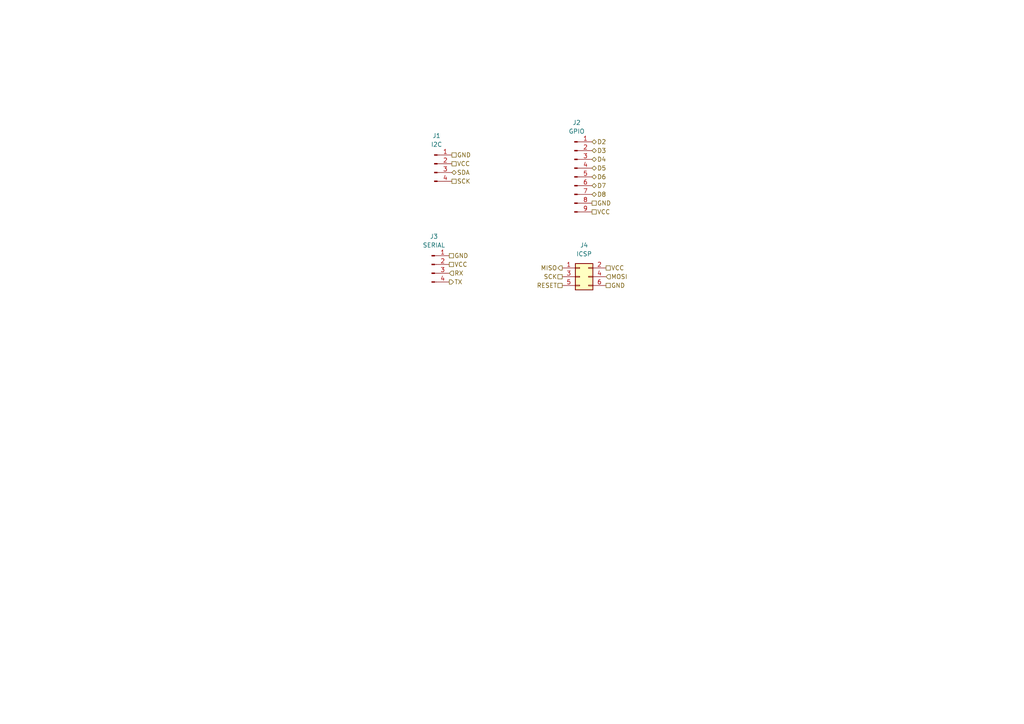
<source format=kicad_sch>
(kicad_sch
	(version 20250114)
	(generator "eeschema")
	(generator_version "9.0")
	(uuid "fd6f3138-a3d8-443f-8612-b5a3bfb393f5")
	(paper "A4")
	(lib_symbols
		(symbol "Connector:Conn_01x04_Pin"
			(pin_names
				(offset 1.016)
				(hide yes)
			)
			(exclude_from_sim no)
			(in_bom yes)
			(on_board yes)
			(property "Reference" "J"
				(at 0 5.08 0)
				(effects
					(font
						(size 1.27 1.27)
					)
				)
			)
			(property "Value" "Conn_01x04_Pin"
				(at 0 -7.62 0)
				(effects
					(font
						(size 1.27 1.27)
					)
				)
			)
			(property "Footprint" ""
				(at 0 0 0)
				(effects
					(font
						(size 1.27 1.27)
					)
					(hide yes)
				)
			)
			(property "Datasheet" "~"
				(at 0 0 0)
				(effects
					(font
						(size 1.27 1.27)
					)
					(hide yes)
				)
			)
			(property "Description" "Generic connector, single row, 01x04, script generated"
				(at 0 0 0)
				(effects
					(font
						(size 1.27 1.27)
					)
					(hide yes)
				)
			)
			(property "ki_locked" ""
				(at 0 0 0)
				(effects
					(font
						(size 1.27 1.27)
					)
				)
			)
			(property "ki_keywords" "connector"
				(at 0 0 0)
				(effects
					(font
						(size 1.27 1.27)
					)
					(hide yes)
				)
			)
			(property "ki_fp_filters" "Connector*:*_1x??_*"
				(at 0 0 0)
				(effects
					(font
						(size 1.27 1.27)
					)
					(hide yes)
				)
			)
			(symbol "Conn_01x04_Pin_1_1"
				(rectangle
					(start 0.8636 2.667)
					(end 0 2.413)
					(stroke
						(width 0.1524)
						(type default)
					)
					(fill
						(type outline)
					)
				)
				(rectangle
					(start 0.8636 0.127)
					(end 0 -0.127)
					(stroke
						(width 0.1524)
						(type default)
					)
					(fill
						(type outline)
					)
				)
				(rectangle
					(start 0.8636 -2.413)
					(end 0 -2.667)
					(stroke
						(width 0.1524)
						(type default)
					)
					(fill
						(type outline)
					)
				)
				(rectangle
					(start 0.8636 -4.953)
					(end 0 -5.207)
					(stroke
						(width 0.1524)
						(type default)
					)
					(fill
						(type outline)
					)
				)
				(polyline
					(pts
						(xy 1.27 2.54) (xy 0.8636 2.54)
					)
					(stroke
						(width 0.1524)
						(type default)
					)
					(fill
						(type none)
					)
				)
				(polyline
					(pts
						(xy 1.27 0) (xy 0.8636 0)
					)
					(stroke
						(width 0.1524)
						(type default)
					)
					(fill
						(type none)
					)
				)
				(polyline
					(pts
						(xy 1.27 -2.54) (xy 0.8636 -2.54)
					)
					(stroke
						(width 0.1524)
						(type default)
					)
					(fill
						(type none)
					)
				)
				(polyline
					(pts
						(xy 1.27 -5.08) (xy 0.8636 -5.08)
					)
					(stroke
						(width 0.1524)
						(type default)
					)
					(fill
						(type none)
					)
				)
				(pin passive line
					(at 5.08 2.54 180)
					(length 3.81)
					(name "Pin_1"
						(effects
							(font
								(size 1.27 1.27)
							)
						)
					)
					(number "1"
						(effects
							(font
								(size 1.27 1.27)
							)
						)
					)
				)
				(pin passive line
					(at 5.08 0 180)
					(length 3.81)
					(name "Pin_2"
						(effects
							(font
								(size 1.27 1.27)
							)
						)
					)
					(number "2"
						(effects
							(font
								(size 1.27 1.27)
							)
						)
					)
				)
				(pin passive line
					(at 5.08 -2.54 180)
					(length 3.81)
					(name "Pin_3"
						(effects
							(font
								(size 1.27 1.27)
							)
						)
					)
					(number "3"
						(effects
							(font
								(size 1.27 1.27)
							)
						)
					)
				)
				(pin passive line
					(at 5.08 -5.08 180)
					(length 3.81)
					(name "Pin_4"
						(effects
							(font
								(size 1.27 1.27)
							)
						)
					)
					(number "4"
						(effects
							(font
								(size 1.27 1.27)
							)
						)
					)
				)
			)
			(embedded_fonts no)
		)
		(symbol "Connector:Conn_01x09_Pin"
			(pin_names
				(offset 1.016)
				(hide yes)
			)
			(exclude_from_sim no)
			(in_bom yes)
			(on_board yes)
			(property "Reference" "J"
				(at 0 12.7 0)
				(effects
					(font
						(size 1.27 1.27)
					)
				)
			)
			(property "Value" "Conn_01x09_Pin"
				(at 0 -12.7 0)
				(effects
					(font
						(size 1.27 1.27)
					)
				)
			)
			(property "Footprint" ""
				(at 0 0 0)
				(effects
					(font
						(size 1.27 1.27)
					)
					(hide yes)
				)
			)
			(property "Datasheet" "~"
				(at 0 0 0)
				(effects
					(font
						(size 1.27 1.27)
					)
					(hide yes)
				)
			)
			(property "Description" "Generic connector, single row, 01x09, script generated"
				(at 0 0 0)
				(effects
					(font
						(size 1.27 1.27)
					)
					(hide yes)
				)
			)
			(property "ki_locked" ""
				(at 0 0 0)
				(effects
					(font
						(size 1.27 1.27)
					)
				)
			)
			(property "ki_keywords" "connector"
				(at 0 0 0)
				(effects
					(font
						(size 1.27 1.27)
					)
					(hide yes)
				)
			)
			(property "ki_fp_filters" "Connector*:*_1x??_*"
				(at 0 0 0)
				(effects
					(font
						(size 1.27 1.27)
					)
					(hide yes)
				)
			)
			(symbol "Conn_01x09_Pin_1_1"
				(rectangle
					(start 0.8636 10.287)
					(end 0 10.033)
					(stroke
						(width 0.1524)
						(type default)
					)
					(fill
						(type outline)
					)
				)
				(rectangle
					(start 0.8636 7.747)
					(end 0 7.493)
					(stroke
						(width 0.1524)
						(type default)
					)
					(fill
						(type outline)
					)
				)
				(rectangle
					(start 0.8636 5.207)
					(end 0 4.953)
					(stroke
						(width 0.1524)
						(type default)
					)
					(fill
						(type outline)
					)
				)
				(rectangle
					(start 0.8636 2.667)
					(end 0 2.413)
					(stroke
						(width 0.1524)
						(type default)
					)
					(fill
						(type outline)
					)
				)
				(rectangle
					(start 0.8636 0.127)
					(end 0 -0.127)
					(stroke
						(width 0.1524)
						(type default)
					)
					(fill
						(type outline)
					)
				)
				(rectangle
					(start 0.8636 -2.413)
					(end 0 -2.667)
					(stroke
						(width 0.1524)
						(type default)
					)
					(fill
						(type outline)
					)
				)
				(rectangle
					(start 0.8636 -4.953)
					(end 0 -5.207)
					(stroke
						(width 0.1524)
						(type default)
					)
					(fill
						(type outline)
					)
				)
				(rectangle
					(start 0.8636 -7.493)
					(end 0 -7.747)
					(stroke
						(width 0.1524)
						(type default)
					)
					(fill
						(type outline)
					)
				)
				(rectangle
					(start 0.8636 -10.033)
					(end 0 -10.287)
					(stroke
						(width 0.1524)
						(type default)
					)
					(fill
						(type outline)
					)
				)
				(polyline
					(pts
						(xy 1.27 10.16) (xy 0.8636 10.16)
					)
					(stroke
						(width 0.1524)
						(type default)
					)
					(fill
						(type none)
					)
				)
				(polyline
					(pts
						(xy 1.27 7.62) (xy 0.8636 7.62)
					)
					(stroke
						(width 0.1524)
						(type default)
					)
					(fill
						(type none)
					)
				)
				(polyline
					(pts
						(xy 1.27 5.08) (xy 0.8636 5.08)
					)
					(stroke
						(width 0.1524)
						(type default)
					)
					(fill
						(type none)
					)
				)
				(polyline
					(pts
						(xy 1.27 2.54) (xy 0.8636 2.54)
					)
					(stroke
						(width 0.1524)
						(type default)
					)
					(fill
						(type none)
					)
				)
				(polyline
					(pts
						(xy 1.27 0) (xy 0.8636 0)
					)
					(stroke
						(width 0.1524)
						(type default)
					)
					(fill
						(type none)
					)
				)
				(polyline
					(pts
						(xy 1.27 -2.54) (xy 0.8636 -2.54)
					)
					(stroke
						(width 0.1524)
						(type default)
					)
					(fill
						(type none)
					)
				)
				(polyline
					(pts
						(xy 1.27 -5.08) (xy 0.8636 -5.08)
					)
					(stroke
						(width 0.1524)
						(type default)
					)
					(fill
						(type none)
					)
				)
				(polyline
					(pts
						(xy 1.27 -7.62) (xy 0.8636 -7.62)
					)
					(stroke
						(width 0.1524)
						(type default)
					)
					(fill
						(type none)
					)
				)
				(polyline
					(pts
						(xy 1.27 -10.16) (xy 0.8636 -10.16)
					)
					(stroke
						(width 0.1524)
						(type default)
					)
					(fill
						(type none)
					)
				)
				(pin passive line
					(at 5.08 10.16 180)
					(length 3.81)
					(name "Pin_1"
						(effects
							(font
								(size 1.27 1.27)
							)
						)
					)
					(number "1"
						(effects
							(font
								(size 1.27 1.27)
							)
						)
					)
				)
				(pin passive line
					(at 5.08 7.62 180)
					(length 3.81)
					(name "Pin_2"
						(effects
							(font
								(size 1.27 1.27)
							)
						)
					)
					(number "2"
						(effects
							(font
								(size 1.27 1.27)
							)
						)
					)
				)
				(pin passive line
					(at 5.08 5.08 180)
					(length 3.81)
					(name "Pin_3"
						(effects
							(font
								(size 1.27 1.27)
							)
						)
					)
					(number "3"
						(effects
							(font
								(size 1.27 1.27)
							)
						)
					)
				)
				(pin passive line
					(at 5.08 2.54 180)
					(length 3.81)
					(name "Pin_4"
						(effects
							(font
								(size 1.27 1.27)
							)
						)
					)
					(number "4"
						(effects
							(font
								(size 1.27 1.27)
							)
						)
					)
				)
				(pin passive line
					(at 5.08 0 180)
					(length 3.81)
					(name "Pin_5"
						(effects
							(font
								(size 1.27 1.27)
							)
						)
					)
					(number "5"
						(effects
							(font
								(size 1.27 1.27)
							)
						)
					)
				)
				(pin passive line
					(at 5.08 -2.54 180)
					(length 3.81)
					(name "Pin_6"
						(effects
							(font
								(size 1.27 1.27)
							)
						)
					)
					(number "6"
						(effects
							(font
								(size 1.27 1.27)
							)
						)
					)
				)
				(pin passive line
					(at 5.08 -5.08 180)
					(length 3.81)
					(name "Pin_7"
						(effects
							(font
								(size 1.27 1.27)
							)
						)
					)
					(number "7"
						(effects
							(font
								(size 1.27 1.27)
							)
						)
					)
				)
				(pin passive line
					(at 5.08 -7.62 180)
					(length 3.81)
					(name "Pin_8"
						(effects
							(font
								(size 1.27 1.27)
							)
						)
					)
					(number "8"
						(effects
							(font
								(size 1.27 1.27)
							)
						)
					)
				)
				(pin passive line
					(at 5.08 -10.16 180)
					(length 3.81)
					(name "Pin_9"
						(effects
							(font
								(size 1.27 1.27)
							)
						)
					)
					(number "9"
						(effects
							(font
								(size 1.27 1.27)
							)
						)
					)
				)
			)
			(embedded_fonts no)
		)
		(symbol "Connector_Generic:Conn_02x03_Odd_Even"
			(pin_names
				(offset 1.016)
				(hide yes)
			)
			(exclude_from_sim no)
			(in_bom yes)
			(on_board yes)
			(property "Reference" "J"
				(at 1.27 5.08 0)
				(effects
					(font
						(size 1.27 1.27)
					)
				)
			)
			(property "Value" "Conn_02x03_Odd_Even"
				(at 1.27 -5.08 0)
				(effects
					(font
						(size 1.27 1.27)
					)
				)
			)
			(property "Footprint" ""
				(at 0 0 0)
				(effects
					(font
						(size 1.27 1.27)
					)
					(hide yes)
				)
			)
			(property "Datasheet" "~"
				(at 0 0 0)
				(effects
					(font
						(size 1.27 1.27)
					)
					(hide yes)
				)
			)
			(property "Description" "Generic connector, double row, 02x03, odd/even pin numbering scheme (row 1 odd numbers, row 2 even numbers), script generated (kicad-library-utils/schlib/autogen/connector/)"
				(at 0 0 0)
				(effects
					(font
						(size 1.27 1.27)
					)
					(hide yes)
				)
			)
			(property "ki_keywords" "connector"
				(at 0 0 0)
				(effects
					(font
						(size 1.27 1.27)
					)
					(hide yes)
				)
			)
			(property "ki_fp_filters" "Connector*:*_2x??_*"
				(at 0 0 0)
				(effects
					(font
						(size 1.27 1.27)
					)
					(hide yes)
				)
			)
			(symbol "Conn_02x03_Odd_Even_1_1"
				(rectangle
					(start -1.27 3.81)
					(end 3.81 -3.81)
					(stroke
						(width 0.254)
						(type default)
					)
					(fill
						(type background)
					)
				)
				(rectangle
					(start -1.27 2.667)
					(end 0 2.413)
					(stroke
						(width 0.1524)
						(type default)
					)
					(fill
						(type none)
					)
				)
				(rectangle
					(start -1.27 0.127)
					(end 0 -0.127)
					(stroke
						(width 0.1524)
						(type default)
					)
					(fill
						(type none)
					)
				)
				(rectangle
					(start -1.27 -2.413)
					(end 0 -2.667)
					(stroke
						(width 0.1524)
						(type default)
					)
					(fill
						(type none)
					)
				)
				(rectangle
					(start 3.81 2.667)
					(end 2.54 2.413)
					(stroke
						(width 0.1524)
						(type default)
					)
					(fill
						(type none)
					)
				)
				(rectangle
					(start 3.81 0.127)
					(end 2.54 -0.127)
					(stroke
						(width 0.1524)
						(type default)
					)
					(fill
						(type none)
					)
				)
				(rectangle
					(start 3.81 -2.413)
					(end 2.54 -2.667)
					(stroke
						(width 0.1524)
						(type default)
					)
					(fill
						(type none)
					)
				)
				(pin passive line
					(at -5.08 2.54 0)
					(length 3.81)
					(name "Pin_1"
						(effects
							(font
								(size 1.27 1.27)
							)
						)
					)
					(number "1"
						(effects
							(font
								(size 1.27 1.27)
							)
						)
					)
				)
				(pin passive line
					(at -5.08 0 0)
					(length 3.81)
					(name "Pin_3"
						(effects
							(font
								(size 1.27 1.27)
							)
						)
					)
					(number "3"
						(effects
							(font
								(size 1.27 1.27)
							)
						)
					)
				)
				(pin passive line
					(at -5.08 -2.54 0)
					(length 3.81)
					(name "Pin_5"
						(effects
							(font
								(size 1.27 1.27)
							)
						)
					)
					(number "5"
						(effects
							(font
								(size 1.27 1.27)
							)
						)
					)
				)
				(pin passive line
					(at 7.62 2.54 180)
					(length 3.81)
					(name "Pin_2"
						(effects
							(font
								(size 1.27 1.27)
							)
						)
					)
					(number "2"
						(effects
							(font
								(size 1.27 1.27)
							)
						)
					)
				)
				(pin passive line
					(at 7.62 0 180)
					(length 3.81)
					(name "Pin_4"
						(effects
							(font
								(size 1.27 1.27)
							)
						)
					)
					(number "4"
						(effects
							(font
								(size 1.27 1.27)
							)
						)
					)
				)
				(pin passive line
					(at 7.62 -2.54 180)
					(length 3.81)
					(name "Pin_6"
						(effects
							(font
								(size 1.27 1.27)
							)
						)
					)
					(number "6"
						(effects
							(font
								(size 1.27 1.27)
							)
						)
					)
				)
			)
			(embedded_fonts no)
		)
	)
	(hierarchical_label "D2"
		(shape bidirectional)
		(at 171.704 41.148 0)
		(effects
			(font
				(size 1.27 1.27)
			)
			(justify left)
		)
		(uuid "044d2dc7-d388-4751-abd4-58d75e14f42c")
	)
	(hierarchical_label "VCC"
		(shape passive)
		(at 130.302 76.708 0)
		(effects
			(font
				(size 1.27 1.27)
			)
			(justify left)
		)
		(uuid "06b2b165-b841-41c9-b08b-9d83c1206908")
	)
	(hierarchical_label "GND"
		(shape passive)
		(at 130.302 74.168 0)
		(effects
			(font
				(size 1.27 1.27)
			)
			(justify left)
		)
		(uuid "0840488e-a983-4eb7-a16a-02dcdee3948d")
	)
	(hierarchical_label "SCK"
		(shape passive)
		(at 131.064 52.578 0)
		(effects
			(font
				(size 1.27 1.27)
			)
			(justify left)
		)
		(uuid "09887ad1-dbf0-4d23-bd80-63930634126c")
	)
	(hierarchical_label "GND"
		(shape passive)
		(at 175.768 82.804 0)
		(effects
			(font
				(size 1.27 1.27)
			)
			(justify left)
		)
		(uuid "0efac45f-397c-433c-b383-4d756923e6fe")
	)
	(hierarchical_label "VCC"
		(shape passive)
		(at 171.704 61.468 0)
		(effects
			(font
				(size 1.27 1.27)
			)
			(justify left)
		)
		(uuid "17b3cf9c-b61f-429d-b81e-19027f8392c9")
	)
	(hierarchical_label "VCC"
		(shape passive)
		(at 175.768 77.724 0)
		(effects
			(font
				(size 1.27 1.27)
			)
			(justify left)
		)
		(uuid "1a920df0-1065-465d-87e5-cd83f44ae7c1")
	)
	(hierarchical_label "D6"
		(shape bidirectional)
		(at 171.704 51.308 0)
		(effects
			(font
				(size 1.27 1.27)
			)
			(justify left)
		)
		(uuid "2b0956c8-e278-4111-96cd-2131d9bc1c0e")
	)
	(hierarchical_label "MOSI"
		(shape input)
		(at 175.768 80.264 0)
		(effects
			(font
				(size 1.27 1.27)
			)
			(justify left)
		)
		(uuid "3dc10e1c-580d-4ceb-8075-0e09c80ed389")
	)
	(hierarchical_label "D4"
		(shape bidirectional)
		(at 171.704 46.228 0)
		(effects
			(font
				(size 1.27 1.27)
			)
			(justify left)
		)
		(uuid "4451ee69-4f2d-4dce-b8ac-806961ca7534")
	)
	(hierarchical_label "VCC"
		(shape passive)
		(at 131.064 47.498 0)
		(effects
			(font
				(size 1.27 1.27)
			)
			(justify left)
		)
		(uuid "44e45c1b-dac0-4230-bfa8-73e0f0b4bbcd")
	)
	(hierarchical_label "GND"
		(shape passive)
		(at 171.704 58.928 0)
		(effects
			(font
				(size 1.27 1.27)
			)
			(justify left)
		)
		(uuid "5142277b-c737-48e2-b0a7-a8ba3a6da060")
	)
	(hierarchical_label "D7"
		(shape bidirectional)
		(at 171.704 53.848 0)
		(effects
			(font
				(size 1.27 1.27)
			)
			(justify left)
		)
		(uuid "73288ace-3d2d-41b2-b4d0-6df9cdbdfa0b")
	)
	(hierarchical_label "MISO"
		(shape output)
		(at 163.068 77.724 180)
		(effects
			(font
				(size 1.27 1.27)
			)
			(justify right)
		)
		(uuid "825e74cc-9c74-44f1-8e81-846011edc81e")
	)
	(hierarchical_label "SCK"
		(shape passive)
		(at 163.068 80.264 180)
		(effects
			(font
				(size 1.27 1.27)
			)
			(justify right)
		)
		(uuid "8973839a-fcdf-41ea-8d7f-36d7b02ca0df")
	)
	(hierarchical_label "D3"
		(shape bidirectional)
		(at 171.704 43.688 0)
		(effects
			(font
				(size 1.27 1.27)
			)
			(justify left)
		)
		(uuid "8a35aeab-6685-4f3f-b317-0dcc855daa84")
	)
	(hierarchical_label "SDA"
		(shape bidirectional)
		(at 131.064 50.038 0)
		(effects
			(font
				(size 1.27 1.27)
			)
			(justify left)
		)
		(uuid "9317a371-f05b-40ac-a836-73ed9bae2dbf")
	)
	(hierarchical_label "RX"
		(shape input)
		(at 130.302 79.248 0)
		(effects
			(font
				(size 1.27 1.27)
			)
			(justify left)
		)
		(uuid "98c74f80-f8c8-49f9-bc29-90dc15ff403a")
	)
	(hierarchical_label "D8"
		(shape bidirectional)
		(at 171.704 56.388 0)
		(effects
			(font
				(size 1.27 1.27)
			)
			(justify left)
		)
		(uuid "a667de62-bb81-4a22-b72e-c611f8350c05")
	)
	(hierarchical_label "RESET"
		(shape passive)
		(at 163.068 82.804 180)
		(effects
			(font
				(size 1.27 1.27)
			)
			(justify right)
		)
		(uuid "a86cb635-e613-480f-a781-ec3af03cf37e")
	)
	(hierarchical_label "D5"
		(shape bidirectional)
		(at 171.704 48.768 0)
		(effects
			(font
				(size 1.27 1.27)
			)
			(justify left)
		)
		(uuid "c7a47ce1-e851-400b-ac57-29f400a1e9b5")
	)
	(hierarchical_label "GND"
		(shape passive)
		(at 131.064 44.958 0)
		(effects
			(font
				(size 1.27 1.27)
			)
			(justify left)
		)
		(uuid "d4d2702d-58e0-475e-8825-7d9ba526cc2a")
	)
	(hierarchical_label "TX"
		(shape output)
		(at 130.302 81.788 0)
		(effects
			(font
				(size 1.27 1.27)
			)
			(justify left)
		)
		(uuid "e1cfcc0a-e868-4daf-b0d0-c4ab1f121e59")
	)
	(symbol
		(lib_id "Connector:Conn_01x04_Pin")
		(at 125.984 47.498 0)
		(unit 1)
		(exclude_from_sim no)
		(in_bom yes)
		(on_board yes)
		(dnp no)
		(fields_autoplaced yes)
		(uuid "3c1b2ee7-6018-473e-a8a2-1cf7fa7bcdb8")
		(property "Reference" "J1"
			(at 126.619 39.37 0)
			(effects
				(font
					(size 1.27 1.27)
				)
			)
		)
		(property "Value" "I2C"
			(at 126.619 41.91 0)
			(effects
				(font
					(size 1.27 1.27)
				)
			)
		)
		(property "Footprint" "Connector_PinHeader_2.54mm:PinHeader_1x04_P2.54mm_Vertical"
			(at 125.984 47.498 0)
			(effects
				(font
					(size 1.27 1.27)
				)
				(hide yes)
			)
		)
		(property "Datasheet" "~"
			(at 125.984 47.498 0)
			(effects
				(font
					(size 1.27 1.27)
				)
				(hide yes)
			)
		)
		(property "Description" "Generic connector, single row, 01x04, script generated"
			(at 125.984 47.498 0)
			(effects
				(font
					(size 1.27 1.27)
				)
				(hide yes)
			)
		)
		(pin "3"
			(uuid "0df82271-e82a-4585-adf4-095f9e943cf0")
		)
		(pin "4"
			(uuid "8ec44b23-3d75-4aa1-ad09-01574657ac59")
		)
		(pin "2"
			(uuid "6a7798af-fa84-43b2-8a69-f950996e3f17")
		)
		(pin "1"
			(uuid "4de27469-6dd5-4adf-88f4-c7e534520966")
		)
		(instances
			(project "MCU data logger"
				(path "/d6817ddc-b043-403a-af2b-b91e141594fd/13577475-1593-4dd0-9377-cd274d70fc08"
					(reference "J1")
					(unit 1)
				)
			)
		)
	)
	(symbol
		(lib_id "Connector:Conn_01x04_Pin")
		(at 125.222 76.708 0)
		(unit 1)
		(exclude_from_sim no)
		(in_bom yes)
		(on_board yes)
		(dnp no)
		(fields_autoplaced yes)
		(uuid "5f23385c-1764-4a73-85d3-22e286057424")
		(property "Reference" "J3"
			(at 125.857 68.58 0)
			(effects
				(font
					(size 1.27 1.27)
				)
			)
		)
		(property "Value" "SERIAL"
			(at 125.857 71.12 0)
			(effects
				(font
					(size 1.27 1.27)
				)
			)
		)
		(property "Footprint" "Connector_PinHeader_2.54mm:PinHeader_1x04_P2.54mm_Vertical"
			(at 125.222 76.708 0)
			(effects
				(font
					(size 1.27 1.27)
				)
				(hide yes)
			)
		)
		(property "Datasheet" "~"
			(at 125.222 76.708 0)
			(effects
				(font
					(size 1.27 1.27)
				)
				(hide yes)
			)
		)
		(property "Description" "Generic connector, single row, 01x04, script generated"
			(at 125.222 76.708 0)
			(effects
				(font
					(size 1.27 1.27)
				)
				(hide yes)
			)
		)
		(pin "1"
			(uuid "6c71fd1a-2de8-42b4-a2f6-2d85c724d843")
		)
		(pin "4"
			(uuid "5d5b068b-83ca-44fe-b2f0-0ff92c360063")
		)
		(pin "3"
			(uuid "9e39635f-0d7c-4f35-b923-1058a16decc4")
		)
		(pin "2"
			(uuid "b4da8e98-f327-4b9b-92c7-e2ed8f3cd163")
		)
		(instances
			(project "MCU data logger"
				(path "/d6817ddc-b043-403a-af2b-b91e141594fd/13577475-1593-4dd0-9377-cd274d70fc08"
					(reference "J3")
					(unit 1)
				)
			)
		)
	)
	(symbol
		(lib_id "Connector:Conn_01x09_Pin")
		(at 166.624 51.308 0)
		(unit 1)
		(exclude_from_sim no)
		(in_bom yes)
		(on_board yes)
		(dnp no)
		(fields_autoplaced yes)
		(uuid "736ee43f-faa2-4522-b225-94c57454d304")
		(property "Reference" "J2"
			(at 167.259 35.56 0)
			(effects
				(font
					(size 1.27 1.27)
				)
			)
		)
		(property "Value" "GPIO"
			(at 167.259 38.1 0)
			(effects
				(font
					(size 1.27 1.27)
				)
			)
		)
		(property "Footprint" "Connector_PinSocket_2.54mm:PinSocket_1x09_P2.54mm_Vertical"
			(at 166.624 51.308 0)
			(effects
				(font
					(size 1.27 1.27)
				)
				(hide yes)
			)
		)
		(property "Datasheet" "~"
			(at 166.624 51.308 0)
			(effects
				(font
					(size 1.27 1.27)
				)
				(hide yes)
			)
		)
		(property "Description" "Generic connector, single row, 01x09, script generated"
			(at 166.624 51.308 0)
			(effects
				(font
					(size 1.27 1.27)
				)
				(hide yes)
			)
		)
		(pin "4"
			(uuid "4af59d2d-9c8d-49dd-b600-7cd777d2b872")
		)
		(pin "7"
			(uuid "ce8eeee8-da71-4173-9906-e733e4021342")
		)
		(pin "1"
			(uuid "e795f024-3a11-4baf-94e3-8bef1674b799")
		)
		(pin "3"
			(uuid "1d4beaa8-b9d2-4364-ab41-df70399cd560")
		)
		(pin "2"
			(uuid "376793e5-31a6-46d2-885a-9514e3dfb16a")
		)
		(pin "6"
			(uuid "c116dae6-463c-4854-99a1-d8ed7966ac92")
		)
		(pin "5"
			(uuid "24a8fd77-485c-42bb-8cc6-5d79c56005dd")
		)
		(pin "9"
			(uuid "ce9a35fc-75ac-4610-af60-cd15607c0817")
		)
		(pin "8"
			(uuid "bdb1aa64-c61c-4596-934c-247ad238f67a")
		)
		(instances
			(project "MCU data logger"
				(path "/d6817ddc-b043-403a-af2b-b91e141594fd/13577475-1593-4dd0-9377-cd274d70fc08"
					(reference "J2")
					(unit 1)
				)
			)
		)
	)
	(symbol
		(lib_id "Connector_Generic:Conn_02x03_Odd_Even")
		(at 168.148 80.264 0)
		(unit 1)
		(exclude_from_sim no)
		(in_bom yes)
		(on_board yes)
		(dnp no)
		(fields_autoplaced yes)
		(uuid "e67537e9-56ce-4c91-83cb-f3d314c627e6")
		(property "Reference" "J4"
			(at 169.418 71.12 0)
			(effects
				(font
					(size 1.27 1.27)
				)
			)
		)
		(property "Value" "ICSP"
			(at 169.418 73.66 0)
			(effects
				(font
					(size 1.27 1.27)
				)
			)
		)
		(property "Footprint" "Connector_PinHeader_2.54mm:PinHeader_2x03_P2.54mm_Vertical"
			(at 168.148 80.264 0)
			(effects
				(font
					(size 1.27 1.27)
				)
				(hide yes)
			)
		)
		(property "Datasheet" "~"
			(at 168.148 80.264 0)
			(effects
				(font
					(size 1.27 1.27)
				)
				(hide yes)
			)
		)
		(property "Description" "Generic connector, double row, 02x03, odd/even pin numbering scheme (row 1 odd numbers, row 2 even numbers), script generated (kicad-library-utils/schlib/autogen/connector/)"
			(at 168.148 80.264 0)
			(effects
				(font
					(size 1.27 1.27)
				)
				(hide yes)
			)
		)
		(pin "1"
			(uuid "2a8fcebf-d674-4275-807a-d20ffbc944bc")
		)
		(pin "3"
			(uuid "f9fe4d71-6585-44cc-97e2-6bb2d0bff222")
		)
		(pin "2"
			(uuid "bc37c1d9-7812-4037-b903-13edefdde74d")
		)
		(pin "6"
			(uuid "313ec965-2f7b-47eb-b593-c2e793aac532")
		)
		(pin "5"
			(uuid "7627d4f4-b7c0-4761-9229-3d5c6d675d90")
		)
		(pin "4"
			(uuid "cdfd7e04-62cf-454b-837b-106465353101")
		)
		(instances
			(project "MCU data logger"
				(path "/d6817ddc-b043-403a-af2b-b91e141594fd/13577475-1593-4dd0-9377-cd274d70fc08"
					(reference "J4")
					(unit 1)
				)
			)
		)
	)
)

</source>
